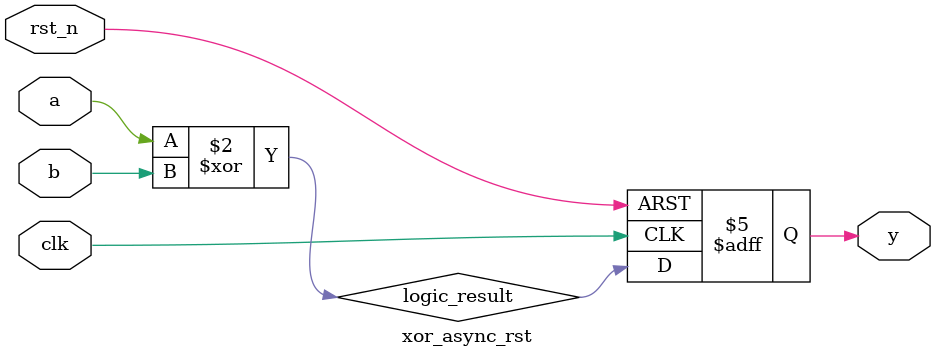
<source format=sv>
module xor_async_rst(
    input wire clk,      // 系统时钟
    input wire rst_n,    // 异步低电平复位
    input wire a,        // 输入数据A
    input wire b,        // 输入数据B
    output reg y         // 异或结果输出
);

    // 内部信号声明 - 定义清晰的数据流
    reg logic_result;    // 组合逻辑结果寄存器
    
    // 第一阶段：组合逻辑计算
    always @(*) begin
        logic_result = a ^ b;  // 计算异或结果
    end
    
    // 第二阶段：时序逻辑和复位控制
    always @(posedge clk or negedge rst_n) begin
        if (!rst_n) begin
            y <= 1'b0;         // 异步复位
        end else begin
            y <= logic_result; // 将计算结果传递到输出
        end
    end

endmodule
</source>
